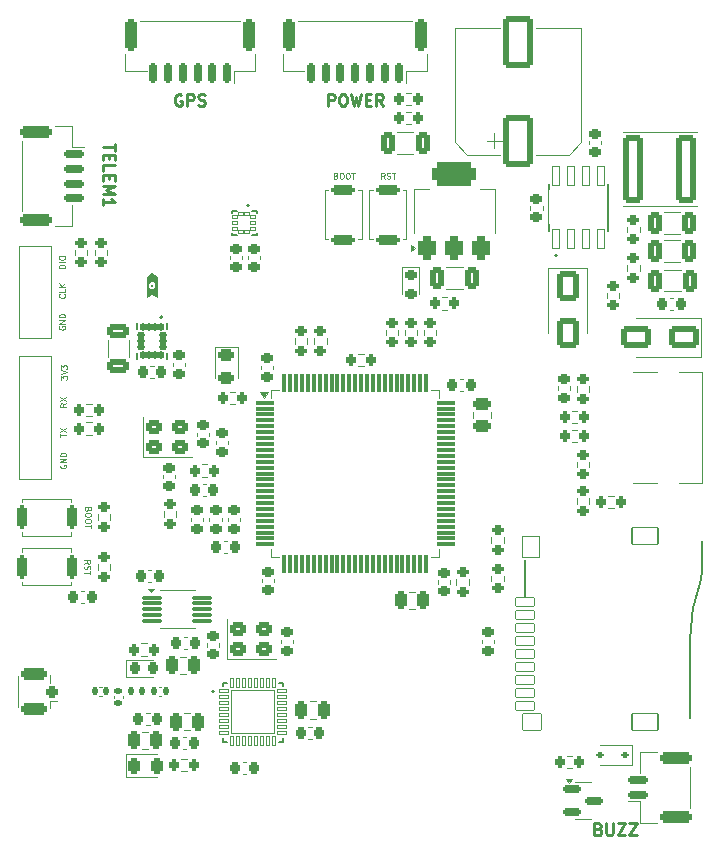
<source format=gbr>
%TF.GenerationSoftware,KiCad,Pcbnew,9.0.3*%
%TF.CreationDate,2025-09-14T01:16:20+07:00*%
%TF.ProjectId,CodeName0,436f6465-4e61-46d6-9530-2e6b69636164,rev?*%
%TF.SameCoordinates,Original*%
%TF.FileFunction,Legend,Top*%
%TF.FilePolarity,Positive*%
%FSLAX46Y46*%
G04 Gerber Fmt 4.6, Leading zero omitted, Abs format (unit mm)*
G04 Created by KiCad (PCBNEW 9.0.3) date 2025-09-14 01:16:20*
%MOMM*%
%LPD*%
G01*
G04 APERTURE LIST*
G04 Aperture macros list*
%AMRoundRect*
0 Rectangle with rounded corners*
0 $1 Rounding radius*
0 $2 $3 $4 $5 $6 $7 $8 $9 X,Y pos of 4 corners*
0 Add a 4 corners polygon primitive as box body*
4,1,4,$2,$3,$4,$5,$6,$7,$8,$9,$2,$3,0*
0 Add four circle primitives for the rounded corners*
1,1,$1+$1,$2,$3*
1,1,$1+$1,$4,$5*
1,1,$1+$1,$6,$7*
1,1,$1+$1,$8,$9*
0 Add four rect primitives between the rounded corners*
20,1,$1+$1,$2,$3,$4,$5,0*
20,1,$1+$1,$4,$5,$6,$7,0*
20,1,$1+$1,$6,$7,$8,$9,0*
20,1,$1+$1,$8,$9,$2,$3,0*%
G04 Aperture macros list end*
%ADD10C,0.125000*%
%ADD11C,0.250000*%
%ADD12C,0.100000*%
%ADD13C,0.120000*%
%ADD14C,0.127000*%
%ADD15C,0.000000*%
%ADD16C,0.200000*%
%ADD17RoundRect,0.250000X0.250000X0.475000X-0.250000X0.475000X-0.250000X-0.475000X0.250000X-0.475000X0*%
%ADD18RoundRect,0.200000X-0.200000X-0.275000X0.200000X-0.275000X0.200000X0.275000X-0.200000X0.275000X0*%
%ADD19RoundRect,0.225000X-0.250000X0.225000X-0.250000X-0.225000X0.250000X-0.225000X0.250000X0.225000X0*%
%ADD20RoundRect,0.225000X0.225000X0.250000X-0.225000X0.250000X-0.225000X-0.250000X0.225000X-0.250000X0*%
%ADD21RoundRect,0.200000X-0.275000X0.200000X-0.275000X-0.200000X0.275000X-0.200000X0.275000X0.200000X0*%
%ADD22C,0.800000*%
%ADD23C,7.400000*%
%ADD24RoundRect,0.250000X1.000000X0.650000X-1.000000X0.650000X-1.000000X-0.650000X1.000000X-0.650000X0*%
%ADD25RoundRect,0.225000X-0.225000X-0.250000X0.225000X-0.250000X0.225000X0.250000X-0.225000X0.250000X0*%
%ADD26RoundRect,0.250000X0.325000X0.650000X-0.325000X0.650000X-0.325000X-0.650000X0.325000X-0.650000X0*%
%ADD27RoundRect,0.200000X0.275000X-0.200000X0.275000X0.200000X-0.275000X0.200000X-0.275000X-0.200000X0*%
%ADD28RoundRect,0.250000X-0.325000X-0.650000X0.325000X-0.650000X0.325000X0.650000X-0.325000X0.650000X0*%
%ADD29RoundRect,0.218750X0.218750X0.256250X-0.218750X0.256250X-0.218750X-0.256250X0.218750X-0.256250X0*%
%ADD30RoundRect,0.250000X1.000000X-1.950000X1.000000X1.950000X-1.000000X1.950000X-1.000000X-1.950000X0*%
%ADD31RoundRect,0.200000X-0.800000X0.200000X-0.800000X-0.200000X0.800000X-0.200000X0.800000X0.200000X0*%
%ADD32RoundRect,0.243750X-0.243750X-0.456250X0.243750X-0.456250X0.243750X0.456250X-0.243750X0.456250X0*%
%ADD33RoundRect,0.140000X0.140000X0.170000X-0.140000X0.170000X-0.140000X-0.170000X0.140000X-0.170000X0*%
%ADD34RoundRect,0.218750X-0.256250X0.218750X-0.256250X-0.218750X0.256250X-0.218750X0.256250X0.218750X0*%
%ADD35RoundRect,0.200000X0.800000X-0.200000X0.800000X0.200000X-0.800000X0.200000X-0.800000X-0.200000X0*%
%ADD36RoundRect,0.250000X-0.600000X-2.600000X0.600000X-2.600000X0.600000X2.600000X-0.600000X2.600000X0*%
%ADD37C,2.000000*%
%ADD38RoundRect,0.218750X0.256250X-0.218750X0.256250X0.218750X-0.256250X0.218750X-0.256250X-0.218750X0*%
%ADD39C,0.900000*%
%ADD40RoundRect,0.050000X0.800000X-0.350000X0.800000X0.350000X-0.800000X0.350000X-0.800000X-0.350000X0*%
%ADD41RoundRect,0.050000X0.800000X-0.700000X0.800000X0.700000X-0.800000X0.700000X-0.800000X-0.700000X0*%
%ADD42RoundRect,0.050000X1.100000X-0.700000X1.100000X0.700000X-1.100000X0.700000X-1.100000X-0.700000X0*%
%ADD43RoundRect,0.050000X0.700000X-0.900000X0.700000X0.900000X-0.700000X0.900000X-0.700000X-0.900000X0*%
%ADD44RoundRect,0.225000X0.250000X-0.225000X0.250000X0.225000X-0.250000X0.225000X-0.250000X-0.225000X0*%
%ADD45RoundRect,0.250000X-0.450000X-0.350000X0.450000X-0.350000X0.450000X0.350000X-0.450000X0.350000X0*%
%ADD46RoundRect,0.375000X0.375000X-0.625000X0.375000X0.625000X-0.375000X0.625000X-0.375000X-0.625000X0*%
%ADD47RoundRect,0.500000X1.400000X-0.500000X1.400000X0.500000X-1.400000X0.500000X-1.400000X-0.500000X0*%
%ADD48RoundRect,0.140000X0.170000X-0.140000X0.170000X0.140000X-0.170000X0.140000X-0.170000X-0.140000X0*%
%ADD49RoundRect,0.150000X0.150000X0.700000X-0.150000X0.700000X-0.150000X-0.700000X0.150000X-0.700000X0*%
%ADD50RoundRect,0.250000X0.250000X1.100000X-0.250000X1.100000X-0.250000X-1.100000X0.250000X-1.100000X0*%
%ADD51C,0.650000*%
%ADD52R,1.450000X0.600000*%
%ADD53R,1.450000X0.300000*%
%ADD54O,2.100000X1.000000*%
%ADD55O,1.600000X1.000000*%
%ADD56RoundRect,0.200000X-0.200000X-0.800000X0.200000X-0.800000X0.200000X0.800000X-0.200000X0.800000X0*%
%ADD57RoundRect,0.150000X-0.700000X0.150000X-0.700000X-0.150000X0.700000X-0.150000X0.700000X0.150000X0*%
%ADD58RoundRect,0.250000X-1.100000X0.250000X-1.100000X-0.250000X1.100000X-0.250000X1.100000X0.250000X0*%
%ADD59RoundRect,0.250000X-0.250000X-0.475000X0.250000X-0.475000X0.250000X0.475000X-0.250000X0.475000X0*%
%ADD60RoundRect,0.035000X0.315000X-0.790000X0.315000X0.790000X-0.315000X0.790000X-0.315000X-0.790000X0*%
%ADD61R,4.900000X2.950000*%
%ADD62RoundRect,0.075000X-0.725000X-0.075000X0.725000X-0.075000X0.725000X0.075000X-0.725000X0.075000X0*%
%ADD63RoundRect,0.075000X-0.075000X-0.725000X0.075000X-0.725000X0.075000X0.725000X-0.075000X0.725000X0*%
%ADD64RoundRect,0.218750X-0.218750X-0.256250X0.218750X-0.256250X0.218750X0.256250X-0.218750X0.256250X0*%
%ADD65RoundRect,0.112500X-0.112500X0.232500X-0.112500X-0.232500X0.112500X-0.232500X0.112500X0.232500X0*%
%ADD66RoundRect,0.112500X-0.232500X0.112500X-0.232500X-0.112500X0.232500X-0.112500X0.232500X0.112500X0*%
%ADD67RoundRect,0.147500X-0.147500X-0.172500X0.147500X-0.172500X0.147500X0.172500X-0.147500X0.172500X0*%
%ADD68RoundRect,0.250000X0.650000X-0.325000X0.650000X0.325000X-0.650000X0.325000X-0.650000X-0.325000X0*%
%ADD69RoundRect,0.087500X-0.725000X-0.087500X0.725000X-0.087500X0.725000X0.087500X-0.725000X0.087500X0*%
%ADD70RoundRect,0.016650X-0.183350X0.168350X-0.183350X-0.168350X0.183350X-0.168350X0.183350X0.168350X0*%
%ADD71RoundRect,0.250000X0.275000X0.250000X-0.275000X0.250000X-0.275000X-0.250000X0.275000X-0.250000X0*%
%ADD72RoundRect,0.250000X0.850000X0.275000X-0.850000X0.275000X-0.850000X-0.275000X0.850000X-0.275000X0*%
%ADD73RoundRect,0.250000X-0.650000X1.000000X-0.650000X-1.000000X0.650000X-1.000000X0.650000X1.000000X0*%
%ADD74RoundRect,0.140000X-0.140000X-0.170000X0.140000X-0.170000X0.140000X0.170000X-0.140000X0.170000X0*%
%ADD75RoundRect,0.243750X-0.456250X0.243750X-0.456250X-0.243750X0.456250X-0.243750X0.456250X0.243750X0*%
%ADD76RoundRect,0.200000X0.200000X0.275000X-0.200000X0.275000X-0.200000X-0.275000X0.200000X-0.275000X0*%
%ADD77RoundRect,0.150000X-0.587500X-0.150000X0.587500X-0.150000X0.587500X0.150000X-0.587500X0.150000X0*%
%ADD78RoundRect,0.112500X0.187500X0.112500X-0.187500X0.112500X-0.187500X-0.112500X0.187500X-0.112500X0*%
%ADD79RoundRect,0.150000X0.700000X-0.150000X0.700000X0.150000X-0.700000X0.150000X-0.700000X-0.150000X0*%
%ADD80RoundRect,0.250000X1.100000X-0.250000X1.100000X0.250000X-1.100000X0.250000X-1.100000X-0.250000X0*%
%ADD81RoundRect,0.250000X-0.475000X0.250000X-0.475000X-0.250000X0.475000X-0.250000X0.475000X0.250000X0*%
%ADD82RoundRect,0.038750X-0.386250X-0.116250X0.386250X-0.116250X0.386250X0.116250X-0.386250X0.116250X0*%
%ADD83RoundRect,0.038750X-0.116250X-0.386250X0.116250X-0.386250X0.116250X0.386250X-0.116250X0.386250X0*%
%ADD84RoundRect,0.050000X-1.850000X-1.850000X1.850000X-1.850000X1.850000X1.850000X-1.850000X1.850000X0*%
G04 APERTURE END LIST*
D10*
X105384690Y-84813002D02*
X105408500Y-84836811D01*
X105408500Y-84836811D02*
X105432309Y-84908240D01*
X105432309Y-84908240D02*
X105432309Y-84955859D01*
X105432309Y-84955859D02*
X105408500Y-85027287D01*
X105408500Y-85027287D02*
X105360880Y-85074906D01*
X105360880Y-85074906D02*
X105313261Y-85098716D01*
X105313261Y-85098716D02*
X105218023Y-85122525D01*
X105218023Y-85122525D02*
X105146595Y-85122525D01*
X105146595Y-85122525D02*
X105051357Y-85098716D01*
X105051357Y-85098716D02*
X105003738Y-85074906D01*
X105003738Y-85074906D02*
X104956119Y-85027287D01*
X104956119Y-85027287D02*
X104932309Y-84955859D01*
X104932309Y-84955859D02*
X104932309Y-84908240D01*
X104932309Y-84908240D02*
X104956119Y-84836811D01*
X104956119Y-84836811D02*
X104979928Y-84813002D01*
X105432309Y-84360621D02*
X105432309Y-84598716D01*
X105432309Y-84598716D02*
X104932309Y-84598716D01*
X105432309Y-84193954D02*
X104932309Y-84193954D01*
X105432309Y-83908240D02*
X105146595Y-84122525D01*
X104932309Y-83908240D02*
X105218023Y-84193954D01*
D11*
X115285714Y-67912238D02*
X115190476Y-67864619D01*
X115190476Y-67864619D02*
X115047619Y-67864619D01*
X115047619Y-67864619D02*
X114904762Y-67912238D01*
X114904762Y-67912238D02*
X114809524Y-68007476D01*
X114809524Y-68007476D02*
X114761905Y-68102714D01*
X114761905Y-68102714D02*
X114714286Y-68293190D01*
X114714286Y-68293190D02*
X114714286Y-68436047D01*
X114714286Y-68436047D02*
X114761905Y-68626523D01*
X114761905Y-68626523D02*
X114809524Y-68721761D01*
X114809524Y-68721761D02*
X114904762Y-68817000D01*
X114904762Y-68817000D02*
X115047619Y-68864619D01*
X115047619Y-68864619D02*
X115142857Y-68864619D01*
X115142857Y-68864619D02*
X115285714Y-68817000D01*
X115285714Y-68817000D02*
X115333333Y-68769380D01*
X115333333Y-68769380D02*
X115333333Y-68436047D01*
X115333333Y-68436047D02*
X115142857Y-68436047D01*
X115761905Y-68864619D02*
X115761905Y-67864619D01*
X115761905Y-67864619D02*
X116142857Y-67864619D01*
X116142857Y-67864619D02*
X116238095Y-67912238D01*
X116238095Y-67912238D02*
X116285714Y-67959857D01*
X116285714Y-67959857D02*
X116333333Y-68055095D01*
X116333333Y-68055095D02*
X116333333Y-68197952D01*
X116333333Y-68197952D02*
X116285714Y-68293190D01*
X116285714Y-68293190D02*
X116238095Y-68340809D01*
X116238095Y-68340809D02*
X116142857Y-68388428D01*
X116142857Y-68388428D02*
X115761905Y-68388428D01*
X116714286Y-68817000D02*
X116857143Y-68864619D01*
X116857143Y-68864619D02*
X117095238Y-68864619D01*
X117095238Y-68864619D02*
X117190476Y-68817000D01*
X117190476Y-68817000D02*
X117238095Y-68769380D01*
X117238095Y-68769380D02*
X117285714Y-68674142D01*
X117285714Y-68674142D02*
X117285714Y-68578904D01*
X117285714Y-68578904D02*
X117238095Y-68483666D01*
X117238095Y-68483666D02*
X117190476Y-68436047D01*
X117190476Y-68436047D02*
X117095238Y-68388428D01*
X117095238Y-68388428D02*
X116904762Y-68340809D01*
X116904762Y-68340809D02*
X116809524Y-68293190D01*
X116809524Y-68293190D02*
X116761905Y-68245571D01*
X116761905Y-68245571D02*
X116714286Y-68150333D01*
X116714286Y-68150333D02*
X116714286Y-68055095D01*
X116714286Y-68055095D02*
X116761905Y-67959857D01*
X116761905Y-67959857D02*
X116809524Y-67912238D01*
X116809524Y-67912238D02*
X116904762Y-67864619D01*
X116904762Y-67864619D02*
X117142857Y-67864619D01*
X117142857Y-67864619D02*
X117285714Y-67912238D01*
D10*
X105082309Y-92046335D02*
X105082309Y-91736811D01*
X105082309Y-91736811D02*
X105272785Y-91903478D01*
X105272785Y-91903478D02*
X105272785Y-91832049D01*
X105272785Y-91832049D02*
X105296595Y-91784430D01*
X105296595Y-91784430D02*
X105320404Y-91760621D01*
X105320404Y-91760621D02*
X105368023Y-91736811D01*
X105368023Y-91736811D02*
X105487071Y-91736811D01*
X105487071Y-91736811D02*
X105534690Y-91760621D01*
X105534690Y-91760621D02*
X105558500Y-91784430D01*
X105558500Y-91784430D02*
X105582309Y-91832049D01*
X105582309Y-91832049D02*
X105582309Y-91974906D01*
X105582309Y-91974906D02*
X105558500Y-92022525D01*
X105558500Y-92022525D02*
X105534690Y-92046335D01*
X105082309Y-91593954D02*
X105582309Y-91427288D01*
X105582309Y-91427288D02*
X105082309Y-91260621D01*
X105082309Y-91141574D02*
X105082309Y-90832050D01*
X105082309Y-90832050D02*
X105272785Y-90998717D01*
X105272785Y-90998717D02*
X105272785Y-90927288D01*
X105272785Y-90927288D02*
X105296595Y-90879669D01*
X105296595Y-90879669D02*
X105320404Y-90855860D01*
X105320404Y-90855860D02*
X105368023Y-90832050D01*
X105368023Y-90832050D02*
X105487071Y-90832050D01*
X105487071Y-90832050D02*
X105534690Y-90855860D01*
X105534690Y-90855860D02*
X105558500Y-90879669D01*
X105558500Y-90879669D02*
X105582309Y-90927288D01*
X105582309Y-90927288D02*
X105582309Y-91070145D01*
X105582309Y-91070145D02*
X105558500Y-91117764D01*
X105558500Y-91117764D02*
X105534690Y-91141574D01*
X107067690Y-107636997D02*
X107305785Y-107470331D01*
X107067690Y-107351283D02*
X107567690Y-107351283D01*
X107567690Y-107351283D02*
X107567690Y-107541759D01*
X107567690Y-107541759D02*
X107543880Y-107589378D01*
X107543880Y-107589378D02*
X107520071Y-107613188D01*
X107520071Y-107613188D02*
X107472452Y-107636997D01*
X107472452Y-107636997D02*
X107401023Y-107636997D01*
X107401023Y-107636997D02*
X107353404Y-107613188D01*
X107353404Y-107613188D02*
X107329595Y-107589378D01*
X107329595Y-107589378D02*
X107305785Y-107541759D01*
X107305785Y-107541759D02*
X107305785Y-107351283D01*
X107091500Y-107827474D02*
X107067690Y-107898902D01*
X107067690Y-107898902D02*
X107067690Y-108017950D01*
X107067690Y-108017950D02*
X107091500Y-108065569D01*
X107091500Y-108065569D02*
X107115309Y-108089378D01*
X107115309Y-108089378D02*
X107162928Y-108113188D01*
X107162928Y-108113188D02*
X107210547Y-108113188D01*
X107210547Y-108113188D02*
X107258166Y-108089378D01*
X107258166Y-108089378D02*
X107281976Y-108065569D01*
X107281976Y-108065569D02*
X107305785Y-108017950D01*
X107305785Y-108017950D02*
X107329595Y-107922712D01*
X107329595Y-107922712D02*
X107353404Y-107875093D01*
X107353404Y-107875093D02*
X107377214Y-107851283D01*
X107377214Y-107851283D02*
X107424833Y-107827474D01*
X107424833Y-107827474D02*
X107472452Y-107827474D01*
X107472452Y-107827474D02*
X107520071Y-107851283D01*
X107520071Y-107851283D02*
X107543880Y-107875093D01*
X107543880Y-107875093D02*
X107567690Y-107922712D01*
X107567690Y-107922712D02*
X107567690Y-108041759D01*
X107567690Y-108041759D02*
X107543880Y-108113188D01*
X107567690Y-108256045D02*
X107567690Y-108541759D01*
X107067690Y-108398902D02*
X107567690Y-108398902D01*
X128367950Y-74770404D02*
X128439378Y-74794214D01*
X128439378Y-74794214D02*
X128463188Y-74818023D01*
X128463188Y-74818023D02*
X128486997Y-74865642D01*
X128486997Y-74865642D02*
X128486997Y-74937071D01*
X128486997Y-74937071D02*
X128463188Y-74984690D01*
X128463188Y-74984690D02*
X128439378Y-75008500D01*
X128439378Y-75008500D02*
X128391759Y-75032309D01*
X128391759Y-75032309D02*
X128201283Y-75032309D01*
X128201283Y-75032309D02*
X128201283Y-74532309D01*
X128201283Y-74532309D02*
X128367950Y-74532309D01*
X128367950Y-74532309D02*
X128415569Y-74556119D01*
X128415569Y-74556119D02*
X128439378Y-74579928D01*
X128439378Y-74579928D02*
X128463188Y-74627547D01*
X128463188Y-74627547D02*
X128463188Y-74675166D01*
X128463188Y-74675166D02*
X128439378Y-74722785D01*
X128439378Y-74722785D02*
X128415569Y-74746595D01*
X128415569Y-74746595D02*
X128367950Y-74770404D01*
X128367950Y-74770404D02*
X128201283Y-74770404D01*
X128796521Y-74532309D02*
X128891759Y-74532309D01*
X128891759Y-74532309D02*
X128939378Y-74556119D01*
X128939378Y-74556119D02*
X128986997Y-74603738D01*
X128986997Y-74603738D02*
X129010807Y-74698976D01*
X129010807Y-74698976D02*
X129010807Y-74865642D01*
X129010807Y-74865642D02*
X128986997Y-74960880D01*
X128986997Y-74960880D02*
X128939378Y-75008500D01*
X128939378Y-75008500D02*
X128891759Y-75032309D01*
X128891759Y-75032309D02*
X128796521Y-75032309D01*
X128796521Y-75032309D02*
X128748902Y-75008500D01*
X128748902Y-75008500D02*
X128701283Y-74960880D01*
X128701283Y-74960880D02*
X128677474Y-74865642D01*
X128677474Y-74865642D02*
X128677474Y-74698976D01*
X128677474Y-74698976D02*
X128701283Y-74603738D01*
X128701283Y-74603738D02*
X128748902Y-74556119D01*
X128748902Y-74556119D02*
X128796521Y-74532309D01*
X129320331Y-74532309D02*
X129415569Y-74532309D01*
X129415569Y-74532309D02*
X129463188Y-74556119D01*
X129463188Y-74556119D02*
X129510807Y-74603738D01*
X129510807Y-74603738D02*
X129534617Y-74698976D01*
X129534617Y-74698976D02*
X129534617Y-74865642D01*
X129534617Y-74865642D02*
X129510807Y-74960880D01*
X129510807Y-74960880D02*
X129463188Y-75008500D01*
X129463188Y-75008500D02*
X129415569Y-75032309D01*
X129415569Y-75032309D02*
X129320331Y-75032309D01*
X129320331Y-75032309D02*
X129272712Y-75008500D01*
X129272712Y-75008500D02*
X129225093Y-74960880D01*
X129225093Y-74960880D02*
X129201284Y-74865642D01*
X129201284Y-74865642D02*
X129201284Y-74698976D01*
X129201284Y-74698976D02*
X129225093Y-74603738D01*
X129225093Y-74603738D02*
X129272712Y-74556119D01*
X129272712Y-74556119D02*
X129320331Y-74532309D01*
X129677475Y-74532309D02*
X129963189Y-74532309D01*
X129820332Y-75032309D02*
X129820332Y-74532309D01*
X105532309Y-94063002D02*
X105294214Y-94229668D01*
X105532309Y-94348716D02*
X105032309Y-94348716D01*
X105032309Y-94348716D02*
X105032309Y-94158240D01*
X105032309Y-94158240D02*
X105056119Y-94110621D01*
X105056119Y-94110621D02*
X105079928Y-94086811D01*
X105079928Y-94086811D02*
X105127547Y-94063002D01*
X105127547Y-94063002D02*
X105198976Y-94063002D01*
X105198976Y-94063002D02*
X105246595Y-94086811D01*
X105246595Y-94086811D02*
X105270404Y-94110621D01*
X105270404Y-94110621D02*
X105294214Y-94158240D01*
X105294214Y-94158240D02*
X105294214Y-94348716D01*
X105032309Y-93896335D02*
X105532309Y-93563002D01*
X105032309Y-93563002D02*
X105532309Y-93896335D01*
X104956119Y-87536811D02*
X104932309Y-87584430D01*
X104932309Y-87584430D02*
X104932309Y-87655859D01*
X104932309Y-87655859D02*
X104956119Y-87727287D01*
X104956119Y-87727287D02*
X105003738Y-87774906D01*
X105003738Y-87774906D02*
X105051357Y-87798716D01*
X105051357Y-87798716D02*
X105146595Y-87822525D01*
X105146595Y-87822525D02*
X105218023Y-87822525D01*
X105218023Y-87822525D02*
X105313261Y-87798716D01*
X105313261Y-87798716D02*
X105360880Y-87774906D01*
X105360880Y-87774906D02*
X105408500Y-87727287D01*
X105408500Y-87727287D02*
X105432309Y-87655859D01*
X105432309Y-87655859D02*
X105432309Y-87608240D01*
X105432309Y-87608240D02*
X105408500Y-87536811D01*
X105408500Y-87536811D02*
X105384690Y-87513002D01*
X105384690Y-87513002D02*
X105218023Y-87513002D01*
X105218023Y-87513002D02*
X105218023Y-87608240D01*
X105432309Y-87298716D02*
X104932309Y-87298716D01*
X104932309Y-87298716D02*
X105432309Y-87013002D01*
X105432309Y-87013002D02*
X104932309Y-87013002D01*
X105432309Y-86774906D02*
X104932309Y-86774906D01*
X104932309Y-86774906D02*
X104932309Y-86655858D01*
X104932309Y-86655858D02*
X104956119Y-86584430D01*
X104956119Y-86584430D02*
X105003738Y-86536811D01*
X105003738Y-86536811D02*
X105051357Y-86513001D01*
X105051357Y-86513001D02*
X105146595Y-86489192D01*
X105146595Y-86489192D02*
X105218023Y-86489192D01*
X105218023Y-86489192D02*
X105313261Y-86513001D01*
X105313261Y-86513001D02*
X105360880Y-86536811D01*
X105360880Y-86536811D02*
X105408500Y-86584430D01*
X105408500Y-86584430D02*
X105432309Y-86655858D01*
X105432309Y-86655858D02*
X105432309Y-86774906D01*
X107379595Y-103017950D02*
X107355785Y-103089378D01*
X107355785Y-103089378D02*
X107331976Y-103113188D01*
X107331976Y-103113188D02*
X107284357Y-103136997D01*
X107284357Y-103136997D02*
X107212928Y-103136997D01*
X107212928Y-103136997D02*
X107165309Y-103113188D01*
X107165309Y-103113188D02*
X107141500Y-103089378D01*
X107141500Y-103089378D02*
X107117690Y-103041759D01*
X107117690Y-103041759D02*
X107117690Y-102851283D01*
X107117690Y-102851283D02*
X107617690Y-102851283D01*
X107617690Y-102851283D02*
X107617690Y-103017950D01*
X107617690Y-103017950D02*
X107593880Y-103065569D01*
X107593880Y-103065569D02*
X107570071Y-103089378D01*
X107570071Y-103089378D02*
X107522452Y-103113188D01*
X107522452Y-103113188D02*
X107474833Y-103113188D01*
X107474833Y-103113188D02*
X107427214Y-103089378D01*
X107427214Y-103089378D02*
X107403404Y-103065569D01*
X107403404Y-103065569D02*
X107379595Y-103017950D01*
X107379595Y-103017950D02*
X107379595Y-102851283D01*
X107617690Y-103446521D02*
X107617690Y-103541759D01*
X107617690Y-103541759D02*
X107593880Y-103589378D01*
X107593880Y-103589378D02*
X107546261Y-103636997D01*
X107546261Y-103636997D02*
X107451023Y-103660807D01*
X107451023Y-103660807D02*
X107284357Y-103660807D01*
X107284357Y-103660807D02*
X107189119Y-103636997D01*
X107189119Y-103636997D02*
X107141500Y-103589378D01*
X107141500Y-103589378D02*
X107117690Y-103541759D01*
X107117690Y-103541759D02*
X107117690Y-103446521D01*
X107117690Y-103446521D02*
X107141500Y-103398902D01*
X107141500Y-103398902D02*
X107189119Y-103351283D01*
X107189119Y-103351283D02*
X107284357Y-103327474D01*
X107284357Y-103327474D02*
X107451023Y-103327474D01*
X107451023Y-103327474D02*
X107546261Y-103351283D01*
X107546261Y-103351283D02*
X107593880Y-103398902D01*
X107593880Y-103398902D02*
X107617690Y-103446521D01*
X107617690Y-103970331D02*
X107617690Y-104065569D01*
X107617690Y-104065569D02*
X107593880Y-104113188D01*
X107593880Y-104113188D02*
X107546261Y-104160807D01*
X107546261Y-104160807D02*
X107451023Y-104184617D01*
X107451023Y-104184617D02*
X107284357Y-104184617D01*
X107284357Y-104184617D02*
X107189119Y-104160807D01*
X107189119Y-104160807D02*
X107141500Y-104113188D01*
X107141500Y-104113188D02*
X107117690Y-104065569D01*
X107117690Y-104065569D02*
X107117690Y-103970331D01*
X107117690Y-103970331D02*
X107141500Y-103922712D01*
X107141500Y-103922712D02*
X107189119Y-103875093D01*
X107189119Y-103875093D02*
X107284357Y-103851284D01*
X107284357Y-103851284D02*
X107451023Y-103851284D01*
X107451023Y-103851284D02*
X107546261Y-103875093D01*
X107546261Y-103875093D02*
X107593880Y-103922712D01*
X107593880Y-103922712D02*
X107617690Y-103970331D01*
X107617690Y-104327475D02*
X107617690Y-104613189D01*
X107117690Y-104470332D02*
X107617690Y-104470332D01*
X132486997Y-75032309D02*
X132320331Y-74794214D01*
X132201283Y-75032309D02*
X132201283Y-74532309D01*
X132201283Y-74532309D02*
X132391759Y-74532309D01*
X132391759Y-74532309D02*
X132439378Y-74556119D01*
X132439378Y-74556119D02*
X132463188Y-74579928D01*
X132463188Y-74579928D02*
X132486997Y-74627547D01*
X132486997Y-74627547D02*
X132486997Y-74698976D01*
X132486997Y-74698976D02*
X132463188Y-74746595D01*
X132463188Y-74746595D02*
X132439378Y-74770404D01*
X132439378Y-74770404D02*
X132391759Y-74794214D01*
X132391759Y-74794214D02*
X132201283Y-74794214D01*
X132677474Y-75008500D02*
X132748902Y-75032309D01*
X132748902Y-75032309D02*
X132867950Y-75032309D01*
X132867950Y-75032309D02*
X132915569Y-75008500D01*
X132915569Y-75008500D02*
X132939378Y-74984690D01*
X132939378Y-74984690D02*
X132963188Y-74937071D01*
X132963188Y-74937071D02*
X132963188Y-74889452D01*
X132963188Y-74889452D02*
X132939378Y-74841833D01*
X132939378Y-74841833D02*
X132915569Y-74818023D01*
X132915569Y-74818023D02*
X132867950Y-74794214D01*
X132867950Y-74794214D02*
X132772712Y-74770404D01*
X132772712Y-74770404D02*
X132725093Y-74746595D01*
X132725093Y-74746595D02*
X132701283Y-74722785D01*
X132701283Y-74722785D02*
X132677474Y-74675166D01*
X132677474Y-74675166D02*
X132677474Y-74627547D01*
X132677474Y-74627547D02*
X132701283Y-74579928D01*
X132701283Y-74579928D02*
X132725093Y-74556119D01*
X132725093Y-74556119D02*
X132772712Y-74532309D01*
X132772712Y-74532309D02*
X132891759Y-74532309D01*
X132891759Y-74532309D02*
X132963188Y-74556119D01*
X133106045Y-74532309D02*
X133391759Y-74532309D01*
X133248902Y-75032309D02*
X133248902Y-74532309D01*
X105432309Y-82598716D02*
X104932309Y-82598716D01*
X104932309Y-82598716D02*
X104932309Y-82479668D01*
X104932309Y-82479668D02*
X104956119Y-82408240D01*
X104956119Y-82408240D02*
X105003738Y-82360621D01*
X105003738Y-82360621D02*
X105051357Y-82336811D01*
X105051357Y-82336811D02*
X105146595Y-82313002D01*
X105146595Y-82313002D02*
X105218023Y-82313002D01*
X105218023Y-82313002D02*
X105313261Y-82336811D01*
X105313261Y-82336811D02*
X105360880Y-82360621D01*
X105360880Y-82360621D02*
X105408500Y-82408240D01*
X105408500Y-82408240D02*
X105432309Y-82479668D01*
X105432309Y-82479668D02*
X105432309Y-82598716D01*
X105432309Y-82098716D02*
X104932309Y-82098716D01*
X104932309Y-81765383D02*
X104932309Y-81670145D01*
X104932309Y-81670145D02*
X104956119Y-81622526D01*
X104956119Y-81622526D02*
X105003738Y-81574907D01*
X105003738Y-81574907D02*
X105098976Y-81551097D01*
X105098976Y-81551097D02*
X105265642Y-81551097D01*
X105265642Y-81551097D02*
X105360880Y-81574907D01*
X105360880Y-81574907D02*
X105408500Y-81622526D01*
X105408500Y-81622526D02*
X105432309Y-81670145D01*
X105432309Y-81670145D02*
X105432309Y-81765383D01*
X105432309Y-81765383D02*
X105408500Y-81813002D01*
X105408500Y-81813002D02*
X105360880Y-81860621D01*
X105360880Y-81860621D02*
X105265642Y-81884430D01*
X105265642Y-81884430D02*
X105098976Y-81884430D01*
X105098976Y-81884430D02*
X105003738Y-81860621D01*
X105003738Y-81860621D02*
X104956119Y-81813002D01*
X104956119Y-81813002D02*
X104932309Y-81765383D01*
D11*
X127690476Y-68864619D02*
X127690476Y-67864619D01*
X127690476Y-67864619D02*
X128071428Y-67864619D01*
X128071428Y-67864619D02*
X128166666Y-67912238D01*
X128166666Y-67912238D02*
X128214285Y-67959857D01*
X128214285Y-67959857D02*
X128261904Y-68055095D01*
X128261904Y-68055095D02*
X128261904Y-68197952D01*
X128261904Y-68197952D02*
X128214285Y-68293190D01*
X128214285Y-68293190D02*
X128166666Y-68340809D01*
X128166666Y-68340809D02*
X128071428Y-68388428D01*
X128071428Y-68388428D02*
X127690476Y-68388428D01*
X128880952Y-67864619D02*
X129071428Y-67864619D01*
X129071428Y-67864619D02*
X129166666Y-67912238D01*
X129166666Y-67912238D02*
X129261904Y-68007476D01*
X129261904Y-68007476D02*
X129309523Y-68197952D01*
X129309523Y-68197952D02*
X129309523Y-68531285D01*
X129309523Y-68531285D02*
X129261904Y-68721761D01*
X129261904Y-68721761D02*
X129166666Y-68817000D01*
X129166666Y-68817000D02*
X129071428Y-68864619D01*
X129071428Y-68864619D02*
X128880952Y-68864619D01*
X128880952Y-68864619D02*
X128785714Y-68817000D01*
X128785714Y-68817000D02*
X128690476Y-68721761D01*
X128690476Y-68721761D02*
X128642857Y-68531285D01*
X128642857Y-68531285D02*
X128642857Y-68197952D01*
X128642857Y-68197952D02*
X128690476Y-68007476D01*
X128690476Y-68007476D02*
X128785714Y-67912238D01*
X128785714Y-67912238D02*
X128880952Y-67864619D01*
X129642857Y-67864619D02*
X129880952Y-68864619D01*
X129880952Y-68864619D02*
X130071428Y-68150333D01*
X130071428Y-68150333D02*
X130261904Y-68864619D01*
X130261904Y-68864619D02*
X130500000Y-67864619D01*
X130880952Y-68340809D02*
X131214285Y-68340809D01*
X131357142Y-68864619D02*
X130880952Y-68864619D01*
X130880952Y-68864619D02*
X130880952Y-67864619D01*
X130880952Y-67864619D02*
X131357142Y-67864619D01*
X132357142Y-68864619D02*
X132023809Y-68388428D01*
X131785714Y-68864619D02*
X131785714Y-67864619D01*
X131785714Y-67864619D02*
X132166666Y-67864619D01*
X132166666Y-67864619D02*
X132261904Y-67912238D01*
X132261904Y-67912238D02*
X132309523Y-67959857D01*
X132309523Y-67959857D02*
X132357142Y-68055095D01*
X132357142Y-68055095D02*
X132357142Y-68197952D01*
X132357142Y-68197952D02*
X132309523Y-68293190D01*
X132309523Y-68293190D02*
X132261904Y-68340809D01*
X132261904Y-68340809D02*
X132166666Y-68388428D01*
X132166666Y-68388428D02*
X131785714Y-68388428D01*
X150595238Y-130090809D02*
X150738095Y-130138428D01*
X150738095Y-130138428D02*
X150785714Y-130186047D01*
X150785714Y-130186047D02*
X150833333Y-130281285D01*
X150833333Y-130281285D02*
X150833333Y-130424142D01*
X150833333Y-130424142D02*
X150785714Y-130519380D01*
X150785714Y-130519380D02*
X150738095Y-130567000D01*
X150738095Y-130567000D02*
X150642857Y-130614619D01*
X150642857Y-130614619D02*
X150261905Y-130614619D01*
X150261905Y-130614619D02*
X150261905Y-129614619D01*
X150261905Y-129614619D02*
X150595238Y-129614619D01*
X150595238Y-129614619D02*
X150690476Y-129662238D01*
X150690476Y-129662238D02*
X150738095Y-129709857D01*
X150738095Y-129709857D02*
X150785714Y-129805095D01*
X150785714Y-129805095D02*
X150785714Y-129900333D01*
X150785714Y-129900333D02*
X150738095Y-129995571D01*
X150738095Y-129995571D02*
X150690476Y-130043190D01*
X150690476Y-130043190D02*
X150595238Y-130090809D01*
X150595238Y-130090809D02*
X150261905Y-130090809D01*
X151261905Y-129614619D02*
X151261905Y-130424142D01*
X151261905Y-130424142D02*
X151309524Y-130519380D01*
X151309524Y-130519380D02*
X151357143Y-130567000D01*
X151357143Y-130567000D02*
X151452381Y-130614619D01*
X151452381Y-130614619D02*
X151642857Y-130614619D01*
X151642857Y-130614619D02*
X151738095Y-130567000D01*
X151738095Y-130567000D02*
X151785714Y-130519380D01*
X151785714Y-130519380D02*
X151833333Y-130424142D01*
X151833333Y-130424142D02*
X151833333Y-129614619D01*
X152214286Y-129614619D02*
X152880952Y-129614619D01*
X152880952Y-129614619D02*
X152214286Y-130614619D01*
X152214286Y-130614619D02*
X152880952Y-130614619D01*
X153166667Y-129614619D02*
X153833333Y-129614619D01*
X153833333Y-129614619D02*
X153166667Y-130614619D01*
X153166667Y-130614619D02*
X153833333Y-130614619D01*
X109635380Y-72107143D02*
X109635380Y-72678571D01*
X108635380Y-72392857D02*
X109635380Y-72392857D01*
X109159190Y-73011905D02*
X109159190Y-73345238D01*
X108635380Y-73488095D02*
X108635380Y-73011905D01*
X108635380Y-73011905D02*
X109635380Y-73011905D01*
X109635380Y-73011905D02*
X109635380Y-73488095D01*
X108635380Y-74392857D02*
X108635380Y-73916667D01*
X108635380Y-73916667D02*
X109635380Y-73916667D01*
X109159190Y-74726191D02*
X109159190Y-75059524D01*
X108635380Y-75202381D02*
X108635380Y-74726191D01*
X108635380Y-74726191D02*
X109635380Y-74726191D01*
X109635380Y-74726191D02*
X109635380Y-75202381D01*
X108635380Y-75630953D02*
X109635380Y-75630953D01*
X109635380Y-75630953D02*
X108921095Y-75964286D01*
X108921095Y-75964286D02*
X109635380Y-76297619D01*
X109635380Y-76297619D02*
X108635380Y-76297619D01*
X108635380Y-77297619D02*
X108635380Y-76726191D01*
X108635380Y-77011905D02*
X109635380Y-77011905D01*
X109635380Y-77011905D02*
X109492523Y-76916667D01*
X109492523Y-76916667D02*
X109397285Y-76821429D01*
X109397285Y-76821429D02*
X109349666Y-76726191D01*
D10*
X105032309Y-96920144D02*
X105032309Y-96634430D01*
X105532309Y-96777287D02*
X105032309Y-96777287D01*
X105032309Y-96515383D02*
X105532309Y-96182050D01*
X105032309Y-96182050D02*
X105532309Y-96515383D01*
X105056119Y-99286811D02*
X105032309Y-99334430D01*
X105032309Y-99334430D02*
X105032309Y-99405859D01*
X105032309Y-99405859D02*
X105056119Y-99477287D01*
X105056119Y-99477287D02*
X105103738Y-99524906D01*
X105103738Y-99524906D02*
X105151357Y-99548716D01*
X105151357Y-99548716D02*
X105246595Y-99572525D01*
X105246595Y-99572525D02*
X105318023Y-99572525D01*
X105318023Y-99572525D02*
X105413261Y-99548716D01*
X105413261Y-99548716D02*
X105460880Y-99524906D01*
X105460880Y-99524906D02*
X105508500Y-99477287D01*
X105508500Y-99477287D02*
X105532309Y-99405859D01*
X105532309Y-99405859D02*
X105532309Y-99358240D01*
X105532309Y-99358240D02*
X105508500Y-99286811D01*
X105508500Y-99286811D02*
X105484690Y-99263002D01*
X105484690Y-99263002D02*
X105318023Y-99263002D01*
X105318023Y-99263002D02*
X105318023Y-99358240D01*
X105532309Y-99048716D02*
X105032309Y-99048716D01*
X105032309Y-99048716D02*
X105532309Y-98763002D01*
X105532309Y-98763002D02*
X105032309Y-98763002D01*
X105532309Y-98524906D02*
X105032309Y-98524906D01*
X105032309Y-98524906D02*
X105032309Y-98405858D01*
X105032309Y-98405858D02*
X105056119Y-98334430D01*
X105056119Y-98334430D02*
X105103738Y-98286811D01*
X105103738Y-98286811D02*
X105151357Y-98263001D01*
X105151357Y-98263001D02*
X105246595Y-98239192D01*
X105246595Y-98239192D02*
X105318023Y-98239192D01*
X105318023Y-98239192D02*
X105413261Y-98263001D01*
X105413261Y-98263001D02*
X105460880Y-98286811D01*
X105460880Y-98286811D02*
X105508500Y-98334430D01*
X105508500Y-98334430D02*
X105532309Y-98405858D01*
X105532309Y-98405858D02*
X105532309Y-98524906D01*
D12*
%TO.C,C22*%
X135061252Y-110015000D02*
X134538748Y-110015000D01*
X135061252Y-111485000D02*
X134538748Y-111485000D01*
%TO.C,R24*%
X117012742Y-99227500D02*
X117487258Y-99227500D01*
X117012742Y-100272500D02*
X117487258Y-100272500D01*
%TO.C,C31*%
X120940000Y-81589420D02*
X120940000Y-81870580D01*
X121960000Y-81589420D02*
X121960000Y-81870580D01*
D13*
%TO.C,C35*%
X115678080Y-122340000D02*
X115396920Y-122340000D01*
X115678080Y-123360000D02*
X115396920Y-123360000D01*
D12*
%TO.C,R25*%
X130247742Y-89867500D02*
X130722258Y-89867500D01*
X130247742Y-90912500D02*
X130722258Y-90912500D01*
%TO.C,R26*%
X126527500Y-88537742D02*
X126527500Y-89012258D01*
X127572500Y-88537742D02*
X127572500Y-89012258D01*
%TO.C,D1*%
X159310000Y-86825000D02*
X153800000Y-86825000D01*
X159310000Y-90125000D02*
X153800000Y-90125000D01*
X159310000Y-90125000D02*
X159310000Y-86825000D01*
%TO.C,R11*%
X148337742Y-96277500D02*
X148812258Y-96277500D01*
X148337742Y-97322500D02*
X148812258Y-97322500D01*
D13*
%TO.C,C34*%
X120484420Y-124415000D02*
X120765580Y-124415000D01*
X120484420Y-125435000D02*
X120765580Y-125435000D01*
D12*
%TO.C,C10*%
X139123265Y-82528058D02*
X137700761Y-82528058D01*
X139123265Y-84348058D02*
X137700761Y-84348058D01*
%TO.C,R7*%
X107977500Y-81512258D02*
X107977500Y-81037742D01*
X109022500Y-81512258D02*
X109022500Y-81037742D01*
%TO.C,R15*%
X148777500Y-99462258D02*
X148777500Y-98987742D01*
X149822500Y-99462258D02*
X149822500Y-98987742D01*
%TO.C,C8*%
X156113748Y-77865000D02*
X157536252Y-77865000D01*
X156113748Y-79685000D02*
X157536252Y-79685000D01*
%TO.C,R1*%
X132602500Y-87837742D02*
X132602500Y-88312258D01*
X133647500Y-87837742D02*
X133647500Y-88312258D01*
D13*
%TO.C,FB3*%
X112600279Y-120240000D02*
X112274721Y-120240000D01*
X112600279Y-121260000D02*
X112274721Y-121260000D01*
%TO.C,C2*%
X138440000Y-62290000D02*
X142290000Y-62290000D01*
X138440000Y-71945563D02*
X138440000Y-62290000D01*
X139504437Y-73010000D02*
X138440000Y-71945563D01*
X139504437Y-73010000D02*
X142290000Y-73010000D01*
X141143000Y-71831000D02*
X142393000Y-71831000D01*
X141768000Y-72456000D02*
X141768000Y-71206000D01*
X148095563Y-73010000D02*
X145310000Y-73010000D01*
X148095563Y-73010000D02*
X149160000Y-71945563D01*
X149160000Y-62290000D02*
X145310000Y-62290000D01*
X149160000Y-71945563D02*
X149160000Y-62290000D01*
%TO.C,C28*%
X126034420Y-121440000D02*
X126315580Y-121440000D01*
X126034420Y-122460000D02*
X126315580Y-122460000D01*
D12*
%TO.C,C5*%
X156163748Y-82765000D02*
X157586252Y-82765000D01*
X156163748Y-84585000D02*
X157586252Y-84585000D01*
%TO.C,SW2*%
X127430000Y-76030000D02*
X127730000Y-76030000D01*
X127430000Y-80170000D02*
X127430000Y-76030000D01*
X127730000Y-80170000D02*
X127430000Y-80170000D01*
X130270000Y-76030000D02*
X130570000Y-76030000D01*
X130570000Y-76030000D02*
X130570000Y-80170000D01*
X130570000Y-80170000D02*
X130270000Y-80170000D01*
D13*
%TO.C,D4*%
X110565000Y-123765000D02*
X110565000Y-125685000D01*
X110565000Y-125685000D02*
X113250000Y-125685000D01*
X113250000Y-123765000D02*
X110565000Y-123765000D01*
%TO.C,R29*%
X108227500Y-103937258D02*
X108227500Y-103462742D01*
X109272500Y-103937258D02*
X109272500Y-103462742D01*
D12*
%TO.C,C6*%
X156113748Y-80265000D02*
X157536252Y-80265000D01*
X156113748Y-82085000D02*
X157536252Y-82085000D01*
D13*
%TO.C,C38*%
X108527836Y-118090000D02*
X108312164Y-118090000D01*
X108527836Y-118810000D02*
X108312164Y-118810000D01*
D12*
%TO.C,R23*%
X137337742Y-85077500D02*
X137812258Y-85077500D01*
X137337742Y-86122500D02*
X137812258Y-86122500D01*
D13*
%TO.C,C37*%
X106759420Y-109940000D02*
X107040580Y-109940000D01*
X106759420Y-110960000D02*
X107040580Y-110960000D01*
D12*
%TO.C,D6*%
X133965000Y-82502500D02*
X133965000Y-84787500D01*
X135435000Y-82502500D02*
X133965000Y-82502500D01*
X135435000Y-84787500D02*
X135435000Y-82502500D01*
%TO.C,R28*%
X138577500Y-109412258D02*
X138577500Y-108937742D01*
X139622500Y-109412258D02*
X139622500Y-108937742D01*
%TO.C,C1*%
X140740000Y-114084420D02*
X140740000Y-114365580D01*
X141760000Y-114084420D02*
X141760000Y-114365580D01*
%TO.C,SW1*%
X131180000Y-76030000D02*
X131480000Y-76030000D01*
X131180000Y-80170000D02*
X131180000Y-76030000D01*
X131480000Y-80170000D02*
X131180000Y-80170000D01*
X134020000Y-76030000D02*
X134320000Y-76030000D01*
X134320000Y-76030000D02*
X134320000Y-80170000D01*
X134320000Y-80170000D02*
X134020000Y-80170000D01*
%TO.C,FB2*%
X119265000Y-103724721D02*
X119265000Y-104050279D01*
X120285000Y-103724721D02*
X120285000Y-104050279D01*
%TO.C,R13*%
X135802500Y-88307258D02*
X135802500Y-87832742D01*
X136847500Y-88307258D02*
X136847500Y-87832742D01*
%TO.C,L1*%
X152690000Y-71115000D02*
X158910000Y-71115000D01*
X158910000Y-77335000D02*
X152690000Y-77335000D01*
D13*
%TO.C,J9*%
X101520000Y-90075000D02*
X101520000Y-100450000D01*
X101520000Y-100450000D02*
X104280000Y-100450000D01*
X101525000Y-90075000D02*
X104275000Y-90075000D01*
X104280000Y-90075000D02*
X104280000Y-100450000D01*
%TO.C,C33*%
X112473752Y-121865000D02*
X111951248Y-121865000D01*
X112473752Y-123335000D02*
X111951248Y-123335000D01*
D12*
%TO.C,FB1*%
X147190000Y-92950279D02*
X147190000Y-92624721D01*
X148210000Y-92950279D02*
X148210000Y-92624721D01*
D14*
%TO.C,J5*%
X144400000Y-107320000D02*
X144400000Y-110350000D01*
X158370000Y-113773100D02*
X158370000Y-120707000D01*
X159386000Y-105721000D02*
X159386000Y-108252100D01*
X158370000Y-113773100D02*
G75*
G02*
X159202001Y-109252001I12700000J-30D01*
G01*
X159386000Y-108252100D02*
G75*
G02*
X159201985Y-109251994I-2808600J0D01*
G01*
D15*
%TO.C,kibuzzard-68C3DDBA*%
G36*
X112886107Y-84019144D02*
G01*
X112914459Y-84100000D01*
X112886107Y-84181906D01*
X112798950Y-84215509D01*
X112712843Y-84181906D01*
X112685541Y-84100000D01*
X112712843Y-84019144D01*
X112798950Y-83986591D01*
X112886107Y-84019144D01*
G37*
G36*
X113265886Y-84499973D02*
G01*
X113265886Y-84850000D01*
X113265886Y-85160591D01*
X112800000Y-84850000D01*
X112334114Y-85160591D01*
X112334114Y-84850000D01*
X112334114Y-84499973D01*
X112334114Y-84100000D01*
X112509128Y-84100000D01*
X112528554Y-84221809D01*
X112586834Y-84318417D01*
X112679241Y-84381422D01*
X112801050Y-84402423D01*
X112922597Y-84381947D01*
X113014216Y-84320517D01*
X113071708Y-84224435D01*
X113090872Y-84100000D01*
X113070921Y-83979241D01*
X113013166Y-83883683D01*
X112921809Y-83820679D01*
X112801050Y-83797577D01*
X112679241Y-83820679D01*
X112586834Y-83883683D01*
X112529079Y-83979241D01*
X112509128Y-84100000D01*
X112334114Y-84100000D01*
X112334114Y-83700027D01*
X112334114Y-83350000D01*
X112800000Y-83039409D01*
X113265886Y-83350000D01*
X113265886Y-83700027D01*
X113265886Y-84100000D01*
X113265886Y-84499973D01*
G37*
D13*
%TO.C,R32*%
X115275242Y-124177500D02*
X115749758Y-124177500D01*
X115275242Y-125222500D02*
X115749758Y-125222500D01*
D12*
%TO.C,C3*%
X149790000Y-72140580D02*
X149790000Y-71859420D01*
X150810000Y-72140580D02*
X150810000Y-71859420D01*
%TO.C,C21*%
X116090000Y-104040580D02*
X116090000Y-103759420D01*
X117110000Y-104040580D02*
X117110000Y-103759420D01*
%TO.C,Y1*%
X112040000Y-95190000D02*
X112040000Y-98610000D01*
X112040000Y-98610000D02*
X116160000Y-98610000D01*
%TO.C,U2*%
X134977013Y-75878058D02*
X136237013Y-75878058D01*
X134977013Y-79638058D02*
X134977013Y-75878058D01*
X141797013Y-75878058D02*
X140537013Y-75878058D01*
X141797013Y-79638058D02*
X141797013Y-75878058D01*
X135077013Y-80918058D02*
X134747013Y-81158058D01*
X134747013Y-80678058D01*
X135077013Y-80918058D01*
G36*
X135077013Y-80918058D02*
G01*
X134747013Y-81158058D01*
X134747013Y-80678058D01*
X135077013Y-80918058D01*
G37*
D13*
%TO.C,C15*%
X122090000Y-109215580D02*
X122090000Y-108934420D01*
X123110000Y-109215580D02*
X123110000Y-108934420D01*
D12*
%TO.C,R22*%
X147912742Y-123877500D02*
X148387258Y-123877500D01*
X147912742Y-124922500D02*
X148387258Y-124922500D01*
D13*
%TO.C,C42*%
X109590000Y-119037836D02*
X109590000Y-118822164D01*
X110310000Y-119037836D02*
X110310000Y-118822164D01*
D12*
%TO.C,J2*%
X123890000Y-64510000D02*
X123890000Y-65960000D01*
X123890000Y-65960000D02*
X125690000Y-65960000D01*
X134310000Y-65960000D02*
X134310000Y-66950000D01*
X134840000Y-61690000D02*
X125160000Y-61690000D01*
X136110000Y-64510000D02*
X136110000Y-65960000D01*
X136110000Y-65960000D02*
X134310000Y-65960000D01*
%TO.C,C27*%
X114595000Y-90910580D02*
X114595000Y-90629420D01*
X115615000Y-90910580D02*
X115615000Y-90629420D01*
%TO.C,R16*%
X148777500Y-92587742D02*
X148777500Y-93062258D01*
X149822500Y-92587742D02*
X149822500Y-93062258D01*
D13*
%TO.C,C25*%
X116011252Y-120265000D02*
X115488748Y-120265000D01*
X116011252Y-121735000D02*
X115488748Y-121735000D01*
D12*
%TO.C,J3*%
X153550000Y-91420000D02*
X155550000Y-91420000D01*
X153550000Y-100820000D02*
X155550000Y-100820000D01*
X157450000Y-91420000D02*
X159350000Y-91420000D01*
X157450000Y-100820000D02*
X159350000Y-100820000D01*
X159350000Y-100820000D02*
X159350000Y-91420000D01*
D13*
%TO.C,C41*%
X123690000Y-114084420D02*
X123690000Y-114365580D01*
X124710000Y-114084420D02*
X124710000Y-114365580D01*
%TO.C,SW4*%
X101830000Y-106330000D02*
X105970000Y-106330000D01*
X101830000Y-106630000D02*
X101830000Y-106330000D01*
X101830000Y-109470000D02*
X101830000Y-109170000D01*
X105970000Y-106330000D02*
X105970000Y-106630000D01*
X105970000Y-109170000D02*
X105970000Y-109470000D01*
X105970000Y-109470000D02*
X101830000Y-109470000D01*
D12*
%TO.C,R4*%
X141527500Y-108637742D02*
X141527500Y-109112258D01*
X142572500Y-108637742D02*
X142572500Y-109112258D01*
%TO.C,J4*%
X101790000Y-71860000D02*
X101790000Y-77790000D01*
X104610000Y-70590000D02*
X106060000Y-70590000D01*
X104610000Y-79060000D02*
X106060000Y-79060000D01*
X106060000Y-70590000D02*
X106060000Y-72390000D01*
X106060000Y-72390000D02*
X107050000Y-72390000D01*
X106060000Y-79060000D02*
X106060000Y-77260000D01*
%TO.C,J6*%
X110540000Y-64510000D02*
X110540000Y-65960000D01*
X110540000Y-65960000D02*
X112340000Y-65960000D01*
X119710000Y-65960000D02*
X119710000Y-66950000D01*
X120240000Y-61690000D02*
X111810000Y-61690000D01*
X121510000Y-64510000D02*
X121510000Y-65960000D01*
X121510000Y-65960000D02*
X119710000Y-65960000D01*
D13*
%TO.C,R21*%
X108227500Y-107662742D02*
X108227500Y-108137258D01*
X109272500Y-107662742D02*
X109272500Y-108137258D01*
%TO.C,J1*%
X101520000Y-80725000D02*
X101520000Y-88560000D01*
X101520000Y-80725000D02*
X104280000Y-80725000D01*
X101520000Y-88560000D02*
X104280000Y-88560000D01*
X104280000Y-80725000D02*
X104280000Y-88560000D01*
%TO.C,C24*%
X115163748Y-115515000D02*
X115686252Y-115515000D01*
X115163748Y-116985000D02*
X115686252Y-116985000D01*
%TO.C,R30*%
X107237742Y-95677500D02*
X107712258Y-95677500D01*
X107237742Y-96722500D02*
X107712258Y-96722500D01*
%TO.C,C39*%
X112459420Y-108190000D02*
X112740580Y-108190000D01*
X112459420Y-109210000D02*
X112740580Y-109210000D01*
D14*
%TO.C,U1*%
X146375000Y-79425000D02*
X146375000Y-75525000D01*
X151425000Y-79425000D02*
X151425000Y-75525000D01*
D16*
X147095000Y-81545000D02*
G75*
G02*
X146895000Y-81545000I-100000J0D01*
G01*
X146895000Y-81545000D02*
G75*
G02*
X147095000Y-81545000I100000J0D01*
G01*
D12*
%TO.C,U3*%
X122890000Y-92890000D02*
X122890000Y-93590000D01*
X122890000Y-107110000D02*
X122890000Y-106410000D01*
X123590000Y-92890000D02*
X122890000Y-92890000D01*
X123590000Y-107110000D02*
X122890000Y-107110000D01*
X136410000Y-92890000D02*
X137110000Y-92890000D01*
X136410000Y-107110000D02*
X137110000Y-107110000D01*
X137110000Y-92890000D02*
X137110000Y-93590000D01*
X137110000Y-107110000D02*
X137110000Y-106410000D01*
X122262500Y-93590000D02*
X121922500Y-93120000D01*
X122602500Y-93120000D01*
X122262500Y-93590000D01*
G36*
X122262500Y-93590000D02*
G01*
X121922500Y-93120000D01*
X122602500Y-93120000D01*
X122262500Y-93590000D01*
G37*
D13*
%TO.C,Y2*%
X119140000Y-112290000D02*
X119140000Y-115710000D01*
X119140000Y-115710000D02*
X123260000Y-115710000D01*
%TO.C,C36*%
X126138748Y-119290000D02*
X126661252Y-119290000D01*
X126138748Y-120760000D02*
X126661252Y-120760000D01*
D12*
%TO.C,C20*%
X117665000Y-104040580D02*
X117665000Y-103759420D01*
X118685000Y-104040580D02*
X118685000Y-103759420D01*
D13*
%TO.C,D7*%
X110627500Y-115765000D02*
X110627500Y-117235000D01*
X110627500Y-117235000D02*
X112912500Y-117235000D01*
X112912500Y-115765000D02*
X110627500Y-115765000D01*
D14*
%TO.C,U4*%
X111540000Y-87270000D02*
X111540000Y-87780000D01*
X111540000Y-90270000D02*
X111540000Y-89760000D01*
X114040000Y-87270000D02*
X114040000Y-87780000D01*
X114040000Y-89760000D02*
X114040000Y-90270000D01*
D16*
X113690000Y-86770000D02*
G75*
G02*
X113490000Y-86770000I-100000J0D01*
G01*
X113490000Y-86770000D02*
G75*
G02*
X113690000Y-86770000I100000J0D01*
G01*
D12*
%TO.C,C29*%
X112945580Y-90860000D02*
X112664420Y-90860000D01*
X112945580Y-91880000D02*
X112664420Y-91880000D01*
%TO.C,C13*%
X113740000Y-100134420D02*
X113740000Y-100415580D01*
X114760000Y-100134420D02*
X114760000Y-100415580D01*
D13*
%TO.C,C32*%
X109045000Y-90106252D02*
X109045000Y-88683748D01*
X110865000Y-90106252D02*
X110865000Y-88683748D01*
%TO.C,U7*%
X114950000Y-109890000D02*
X113450000Y-109890000D01*
X114950000Y-109890000D02*
X116450000Y-109890000D01*
X114950000Y-113110000D02*
X113450000Y-113110000D01*
X114950000Y-113110000D02*
X116450000Y-113110000D01*
X112737500Y-110065000D02*
X112497500Y-109735000D01*
X112977500Y-109735000D01*
X112737500Y-110065000D01*
G36*
X112737500Y-110065000D02*
G01*
X112497500Y-109735000D01*
X112977500Y-109735000D01*
X112737500Y-110065000D01*
G37*
D12*
%TO.C,R3*%
X153027500Y-82362742D02*
X153027500Y-82837258D01*
X154072500Y-82362742D02*
X154072500Y-82837258D01*
D14*
%TO.C,U5*%
X119585000Y-77770000D02*
X119985000Y-77770000D01*
X119585000Y-77950000D02*
X119585000Y-77770000D01*
X119585000Y-79650000D02*
X119585000Y-79830000D01*
X119585000Y-79830000D02*
X119985000Y-79830000D01*
X121245000Y-77770000D02*
X121645000Y-77770000D01*
X121645000Y-77770000D02*
X121645000Y-77950000D01*
X121645000Y-79650000D02*
X121645000Y-79830000D01*
X121645000Y-79830000D02*
X121245000Y-79830000D01*
D16*
X121015000Y-77300000D02*
G75*
G02*
X120815000Y-77300000I-100000J0D01*
G01*
X120815000Y-77300000D02*
G75*
G02*
X121015000Y-77300000I100000J0D01*
G01*
D13*
%TO.C,J8*%
X101440000Y-119810000D02*
X101440000Y-117110000D01*
X104160000Y-117060000D02*
X104160000Y-117700000D01*
X104160000Y-119220000D02*
X104790000Y-119220000D01*
X104160000Y-119860000D02*
X104160000Y-119220000D01*
D12*
%TO.C,C17*%
X121990000Y-91165580D02*
X121990000Y-90884420D01*
X123010000Y-91165580D02*
X123010000Y-90884420D01*
%TO.C,D2*%
X146350000Y-82590000D02*
X146350000Y-88100000D01*
X149650000Y-82590000D02*
X146350000Y-82590000D01*
X149650000Y-82590000D02*
X149650000Y-88100000D01*
D13*
%TO.C,C40*%
X117490000Y-114665580D02*
X117490000Y-114384420D01*
X118510000Y-114665580D02*
X118510000Y-114384420D01*
%TO.C,C43*%
X113362164Y-118090000D02*
X113577836Y-118090000D01*
X113362164Y-118810000D02*
X113577836Y-118810000D01*
D12*
%TO.C,R5*%
X151327500Y-85162258D02*
X151327500Y-84687742D01*
X152372500Y-85162258D02*
X152372500Y-84687742D01*
%TO.C,D3*%
X118140000Y-89252500D02*
X118140000Y-91937500D01*
X120060000Y-89252500D02*
X118140000Y-89252500D01*
X120060000Y-91937500D02*
X120060000Y-89252500D01*
%TO.C,R19*%
X148777500Y-102562258D02*
X148777500Y-102087742D01*
X149822500Y-102562258D02*
X149822500Y-102087742D01*
D13*
%TO.C,SW3*%
X101830000Y-102130000D02*
X105970000Y-102130000D01*
X101830000Y-102430000D02*
X101830000Y-102130000D01*
X101830000Y-105270000D02*
X101830000Y-104970000D01*
X105970000Y-102130000D02*
X105970000Y-102430000D01*
X105970000Y-104970000D02*
X105970000Y-105270000D01*
X105970000Y-105270000D02*
X101830000Y-105270000D01*
D12*
%TO.C,R2*%
X153027500Y-79587258D02*
X153027500Y-79112742D01*
X154072500Y-79587258D02*
X154072500Y-79112742D01*
%TO.C,R27*%
X124917500Y-88537742D02*
X124917500Y-89012258D01*
X125962500Y-88537742D02*
X125962500Y-89012258D01*
%TO.C,C9*%
X144840000Y-77665580D02*
X144840000Y-77384420D01*
X145860000Y-77665580D02*
X145860000Y-77384420D01*
D13*
%TO.C,R31*%
X107712258Y-94077500D02*
X107237742Y-94077500D01*
X107712258Y-95122500D02*
X107237742Y-95122500D01*
D12*
%TO.C,R6*%
X106277500Y-81037742D02*
X106277500Y-81512258D01*
X107322500Y-81037742D02*
X107322500Y-81512258D01*
%TO.C,C7*%
X119165580Y-105740000D02*
X118884420Y-105740000D01*
X119165580Y-106760000D02*
X118884420Y-106760000D01*
%TO.C,C4*%
X156634420Y-85140000D02*
X156915580Y-85140000D01*
X156634420Y-86160000D02*
X156915580Y-86160000D01*
%TO.C,Q1*%
X149287500Y-126140000D02*
X148637500Y-126140000D01*
X149287500Y-126140000D02*
X149937500Y-126140000D01*
X149287500Y-129260000D02*
X148637500Y-129260000D01*
X149287500Y-129260000D02*
X149937500Y-129260000D01*
X148125000Y-126190000D02*
X147885000Y-125860000D01*
X148365000Y-125860000D01*
X148125000Y-126190000D01*
G36*
X148125000Y-126190000D02*
G01*
X147885000Y-125860000D01*
X148365000Y-125860000D01*
X148125000Y-126190000D01*
G37*
%TO.C,D5*%
X153410000Y-123000000D02*
X150750000Y-123000000D01*
X153410000Y-124700000D02*
X150750000Y-124700000D01*
X153410000Y-124700000D02*
X153410000Y-123000000D01*
%TO.C,R8*%
X141527500Y-105387742D02*
X141527500Y-105862258D01*
X142572500Y-105387742D02*
X142572500Y-105862258D01*
%TO.C,R9*%
X113777500Y-103187742D02*
X113777500Y-103662258D01*
X114822500Y-103187742D02*
X114822500Y-103662258D01*
%TO.C,C14*%
X116590000Y-96815580D02*
X116590000Y-96534420D01*
X117610000Y-96815580D02*
X117610000Y-96534420D01*
%TO.C,C12*%
X138859420Y-91990000D02*
X139140580Y-91990000D01*
X138859420Y-93010000D02*
X139140580Y-93010000D01*
D13*
%TO.C,C16*%
X134936252Y-71090000D02*
X133513748Y-71090000D01*
X134936252Y-72910000D02*
X133513748Y-72910000D01*
D12*
%TO.C,R10*%
X134202500Y-88312258D02*
X134202500Y-87837742D01*
X135247500Y-88312258D02*
X135247500Y-87837742D01*
%TO.C,C11*%
X118190000Y-97515580D02*
X118190000Y-97234420D01*
X119210000Y-97515580D02*
X119210000Y-97234420D01*
D13*
%TO.C,R33*%
X111862742Y-114377500D02*
X112337258Y-114377500D01*
X111862742Y-115422500D02*
X112337258Y-115422500D01*
D12*
%TO.C,R17*%
X134737258Y-67777500D02*
X134262742Y-67777500D01*
X134737258Y-68822500D02*
X134262742Y-68822500D01*
%TO.C,C19*%
X117084420Y-100890000D02*
X117365580Y-100890000D01*
X117084420Y-101910000D02*
X117365580Y-101910000D01*
%TO.C,J7*%
X154090000Y-123590000D02*
X154090000Y-125390000D01*
X154090000Y-127760000D02*
X153100000Y-127760000D01*
X154090000Y-129560000D02*
X154090000Y-127760000D01*
X155540000Y-123590000D02*
X154090000Y-123590000D01*
X155540000Y-129560000D02*
X154090000Y-129560000D01*
X158360000Y-128290000D02*
X158360000Y-124860000D01*
%TO.C,R20*%
X119362742Y-93077500D02*
X119837258Y-93077500D01*
X119362742Y-94122500D02*
X119837258Y-94122500D01*
%TO.C,R18*%
X134737258Y-69377500D02*
X134262742Y-69377500D01*
X134737258Y-70422500D02*
X134262742Y-70422500D01*
D13*
%TO.C,C18*%
X136990000Y-109034420D02*
X136990000Y-109315580D01*
X138010000Y-109034420D02*
X138010000Y-109315580D01*
D12*
%TO.C,R12*%
X148337742Y-94677500D02*
X148812258Y-94677500D01*
X148337742Y-95722500D02*
X148812258Y-95722500D01*
%TO.C,C23*%
X140015000Y-94788748D02*
X140015000Y-95311252D01*
X141485000Y-94788748D02*
X141485000Y-95311252D01*
%TO.C,C30*%
X119370000Y-81589420D02*
X119370000Y-81870580D01*
X120390000Y-81589420D02*
X120390000Y-81870580D01*
D14*
%TO.C,U6*%
X118850000Y-117695000D02*
X118850000Y-117990000D01*
X118850000Y-122400000D02*
X118850000Y-122695000D01*
X118850000Y-122695000D02*
X119145000Y-122695000D01*
X119145000Y-117695000D02*
X118850000Y-117695000D01*
X123555000Y-122695000D02*
X123850000Y-122695000D01*
X123850000Y-117695000D02*
X123555000Y-117695000D01*
X123850000Y-117990000D02*
X123850000Y-117695000D01*
X123850000Y-122695000D02*
X123850000Y-122400000D01*
D16*
X118050000Y-118445000D02*
G75*
G02*
X117850000Y-118445000I-100000J0D01*
G01*
X117850000Y-118445000D02*
G75*
G02*
X118050000Y-118445000I100000J0D01*
G01*
D12*
%TO.C,R14*%
X151437742Y-101877500D02*
X151912258Y-101877500D01*
X151437742Y-102922500D02*
X151912258Y-102922500D01*
D13*
%TO.C,C26*%
X115484420Y-113865000D02*
X115765580Y-113865000D01*
X115484420Y-114885000D02*
X115765580Y-114885000D01*
%TD*%
%LPC*%
%TO.C,J8*%
G36*
X103790000Y-119400000D02*
G01*
X101700000Y-119400000D01*
X101700000Y-117520000D01*
X103790000Y-117520000D01*
X103790000Y-119400000D01*
G37*
%TD*%
D17*
%TO.C,C22*%
X135750000Y-110750000D03*
X133850000Y-110750000D03*
%TD*%
D18*
%TO.C,R24*%
X116425000Y-99750000D03*
X118075000Y-99750000D03*
%TD*%
D19*
%TO.C,C31*%
X121450000Y-80955000D03*
X121450000Y-82505000D03*
%TD*%
D20*
%TO.C,C35*%
X116312500Y-122850000D03*
X114762500Y-122850000D03*
%TD*%
D18*
%TO.C,R25*%
X129660000Y-90390000D03*
X131310000Y-90390000D03*
%TD*%
D21*
%TO.C,R26*%
X127050000Y-87950000D03*
X127050000Y-89600000D03*
%TD*%
D22*
%TO.C,REF\u002A\u002A*%
X152225000Y-135000000D03*
X153037779Y-133037779D03*
X153037779Y-136962221D03*
X155000000Y-132225000D03*
D23*
X155000000Y-135000000D03*
D22*
X155000000Y-137775000D03*
X156962221Y-133037779D03*
X156962221Y-136962221D03*
X157775000Y-135000000D03*
%TD*%
D24*
%TO.C,D1*%
X157800000Y-88475000D03*
X153800000Y-88475000D03*
%TD*%
D18*
%TO.C,R11*%
X147750000Y-96800000D03*
X149400000Y-96800000D03*
%TD*%
D25*
%TO.C,C34*%
X119850000Y-124925000D03*
X121400000Y-124925000D03*
%TD*%
D26*
%TO.C,C10*%
X139887013Y-83438058D03*
X136937013Y-83438058D03*
%TD*%
D27*
%TO.C,R7*%
X108500000Y-82100000D03*
X108500000Y-80450000D03*
%TD*%
%TO.C,R15*%
X149300000Y-100050000D03*
X149300000Y-98400000D03*
%TD*%
D28*
%TO.C,C8*%
X155350000Y-78775000D03*
X158300000Y-78775000D03*
%TD*%
D21*
%TO.C,R1*%
X133125000Y-87250000D03*
X133125000Y-88900000D03*
%TD*%
D29*
%TO.C,FB3*%
X113225000Y-120750000D03*
X111650000Y-120750000D03*
%TD*%
D30*
%TO.C,C2*%
X143800000Y-71850000D03*
X143800000Y-63450000D03*
%TD*%
D25*
%TO.C,C28*%
X125400000Y-121950000D03*
X126950000Y-121950000D03*
%TD*%
D28*
%TO.C,C5*%
X155400000Y-83675000D03*
X158350000Y-83675000D03*
%TD*%
D31*
%TO.C,SW2*%
X129000000Y-76000000D03*
X129000000Y-80200000D03*
%TD*%
D32*
%TO.C,D4*%
X111312500Y-124725000D03*
X113187500Y-124725000D03*
%TD*%
D27*
%TO.C,R29*%
X108750000Y-104525000D03*
X108750000Y-102875000D03*
%TD*%
D28*
%TO.C,C6*%
X155350000Y-81175000D03*
X158300000Y-81175000D03*
%TD*%
D33*
%TO.C,C38*%
X108900000Y-118450000D03*
X107940000Y-118450000D03*
%TD*%
D18*
%TO.C,R23*%
X136750000Y-85600000D03*
X138400000Y-85600000D03*
%TD*%
D25*
%TO.C,C37*%
X106125000Y-110450000D03*
X107675000Y-110450000D03*
%TD*%
D34*
%TO.C,D6*%
X134700000Y-83200000D03*
X134700000Y-84775000D03*
%TD*%
D27*
%TO.C,R28*%
X139100000Y-110000000D03*
X139100000Y-108350000D03*
%TD*%
D19*
%TO.C,C1*%
X141250000Y-113450000D03*
X141250000Y-115000000D03*
%TD*%
D35*
%TO.C,SW1*%
X132750000Y-80200000D03*
X132750000Y-76000000D03*
%TD*%
D34*
%TO.C,FB2*%
X119775000Y-103100000D03*
X119775000Y-104675000D03*
%TD*%
D27*
%TO.C,R13*%
X136325000Y-88895000D03*
X136325000Y-87245000D03*
%TD*%
D36*
%TO.C,L1*%
X153550000Y-74225000D03*
X158050000Y-74225000D03*
%TD*%
D37*
%TO.C,J9*%
X102900000Y-91450000D03*
X102900000Y-93990000D03*
X102900000Y-96530000D03*
X102900000Y-99070000D03*
%TD*%
D17*
%TO.C,C33*%
X113162500Y-122600000D03*
X111262500Y-122600000D03*
%TD*%
D38*
%TO.C,FB1*%
X147700000Y-93575000D03*
X147700000Y-92000000D03*
%TD*%
D39*
%TO.C,J5*%
X154900000Y-118100000D03*
X154900000Y-110100000D03*
D40*
X144400000Y-110900000D03*
X144400000Y-112000000D03*
X144400000Y-113100000D03*
X144400000Y-114200000D03*
X144400000Y-115300000D03*
X144400000Y-116400000D03*
X144400000Y-117500000D03*
X144400000Y-118600000D03*
X144400000Y-119700000D03*
D41*
X145000000Y-121000000D03*
D42*
X154500000Y-121000000D03*
D43*
X144900000Y-106200000D03*
D42*
X154500000Y-105300000D03*
%TD*%
D18*
%TO.C,R32*%
X114687500Y-124700000D03*
X116337500Y-124700000D03*
%TD*%
D44*
%TO.C,C3*%
X150300000Y-72775000D03*
X150300000Y-71225000D03*
%TD*%
D22*
%TO.C,REF\u002A\u002A*%
X102225000Y-65000000D03*
X103037779Y-63037779D03*
X103037779Y-66962221D03*
X105000000Y-62225000D03*
D23*
X105000000Y-65000000D03*
D22*
X105000000Y-67775000D03*
X106962221Y-63037779D03*
X106962221Y-66962221D03*
X107775000Y-65000000D03*
%TD*%
D44*
%TO.C,C21*%
X116600000Y-104675000D03*
X116600000Y-103125000D03*
%TD*%
D45*
%TO.C,Y1*%
X113000000Y-97750000D03*
X115200000Y-97750000D03*
X115200000Y-96050000D03*
X113000000Y-96050000D03*
%TD*%
D46*
%TO.C,U2*%
X136087013Y-80938058D03*
X138387013Y-80938058D03*
D47*
X138387013Y-74638058D03*
D46*
X140687013Y-80938058D03*
%TD*%
D44*
%TO.C,C15*%
X122600000Y-109850000D03*
X122600000Y-108300000D03*
%TD*%
D18*
%TO.C,R22*%
X147325000Y-124400000D03*
X148975000Y-124400000D03*
%TD*%
D48*
%TO.C,C42*%
X109950000Y-119410000D03*
X109950000Y-118450000D03*
%TD*%
D49*
%TO.C,J2*%
X133750000Y-66100000D03*
X132500000Y-66100000D03*
X131250000Y-66100000D03*
X130000000Y-66100000D03*
X128750000Y-66100000D03*
X127500000Y-66100000D03*
X126250000Y-66100000D03*
D50*
X135600000Y-62900000D03*
X124400000Y-62900000D03*
%TD*%
D44*
%TO.C,C27*%
X115105000Y-91545000D03*
X115105000Y-89995000D03*
%TD*%
D21*
%TO.C,R16*%
X149300000Y-92000000D03*
X149300000Y-93650000D03*
%TD*%
D17*
%TO.C,C25*%
X116700000Y-121000000D03*
X114800000Y-121000000D03*
%TD*%
D51*
%TO.C,J3*%
X152850000Y-99010000D03*
X152850000Y-93230000D03*
D52*
X151405000Y-99370000D03*
X151405000Y-98570000D03*
D53*
X151405000Y-97370000D03*
X151405000Y-96370000D03*
X151405000Y-95870000D03*
X151405000Y-94870000D03*
D52*
X151405000Y-93670000D03*
X151405000Y-92870000D03*
X151405000Y-92870000D03*
X151405000Y-93670000D03*
D53*
X151405000Y-94370000D03*
X151405000Y-95370000D03*
X151405000Y-96870000D03*
X151405000Y-97870000D03*
D52*
X151405000Y-98570000D03*
X151405000Y-99370000D03*
D54*
X152320000Y-100440000D03*
D55*
X156500000Y-100440000D03*
D54*
X152320000Y-91800000D03*
D55*
X156500000Y-91800000D03*
%TD*%
D19*
%TO.C,C41*%
X124200000Y-113450000D03*
X124200000Y-115000000D03*
%TD*%
D56*
%TO.C,SW4*%
X101800000Y-107900000D03*
X106000000Y-107900000D03*
%TD*%
D21*
%TO.C,R4*%
X142050000Y-108050000D03*
X142050000Y-109700000D03*
%TD*%
D57*
%TO.C,J4*%
X106200000Y-72950000D03*
X106200000Y-74200000D03*
X106200000Y-75450000D03*
X106200000Y-76700000D03*
D58*
X103000000Y-71100000D03*
X103000000Y-78550000D03*
%TD*%
D22*
%TO.C,REF\u002A\u002A*%
X102225000Y-135000000D03*
X103037779Y-133037779D03*
X103037779Y-136962221D03*
X105000000Y-132225000D03*
D23*
X105000000Y-135000000D03*
D22*
X105000000Y-137775000D03*
X106962221Y-133037779D03*
X106962221Y-136962221D03*
X107775000Y-135000000D03*
%TD*%
D49*
%TO.C,J6*%
X119150000Y-66100000D03*
X117900000Y-66100000D03*
X116650000Y-66100000D03*
X115400000Y-66100000D03*
X114150000Y-66100000D03*
X112900000Y-66100000D03*
D50*
X121000000Y-62900000D03*
X111050000Y-62900000D03*
%TD*%
D21*
%TO.C,R21*%
X108750000Y-107075000D03*
X108750000Y-108725000D03*
%TD*%
D37*
%TO.C,J1*%
X102900000Y-82100000D03*
X102900000Y-84640000D03*
X102900000Y-87180000D03*
%TD*%
D59*
%TO.C,C24*%
X114475000Y-116250000D03*
X116375000Y-116250000D03*
%TD*%
D18*
%TO.C,R30*%
X106650000Y-96200000D03*
X108300000Y-96200000D03*
%TD*%
D25*
%TO.C,C39*%
X111825000Y-108700000D03*
X113375000Y-108700000D03*
%TD*%
D60*
%TO.C,U1*%
X146995000Y-80175000D03*
X148265000Y-80175000D03*
X149535000Y-80175000D03*
X150805000Y-80175000D03*
X150805000Y-74775000D03*
X149535000Y-74775000D03*
X148265000Y-74775000D03*
X146995000Y-74775000D03*
D61*
X148900000Y-77475000D03*
%TD*%
D62*
%TO.C,U3*%
X122325000Y-94000000D03*
X122325000Y-94500000D03*
X122325000Y-95000000D03*
X122325000Y-95500000D03*
X122325000Y-96000000D03*
X122325000Y-96500000D03*
X122325000Y-97000000D03*
X122325000Y-97500000D03*
X122325000Y-98000000D03*
X122325000Y-98500000D03*
X122325000Y-99000000D03*
X122325000Y-99500000D03*
X122325000Y-100000000D03*
X122325000Y-100500000D03*
X122325000Y-101000000D03*
X122325000Y-101500000D03*
X122325000Y-102000000D03*
X122325000Y-102500000D03*
X122325000Y-103000000D03*
X122325000Y-103500000D03*
X122325000Y-104000000D03*
X122325000Y-104500000D03*
X122325000Y-105000000D03*
X122325000Y-105500000D03*
X122325000Y-106000000D03*
D63*
X124000000Y-107675000D03*
X124500000Y-107675000D03*
X125000000Y-107675000D03*
X125500000Y-107675000D03*
X126000000Y-107675000D03*
X126500000Y-107675000D03*
X127000000Y-107675000D03*
X127500000Y-107675000D03*
X128000000Y-107675000D03*
X128500000Y-107675000D03*
X129000000Y-107675000D03*
X129500000Y-107675000D03*
X130000000Y-107675000D03*
X130500000Y-107675000D03*
X131000000Y-107675000D03*
X131500000Y-107675000D03*
X132000000Y-107675000D03*
X132500000Y-107675000D03*
X133000000Y-107675000D03*
X133500000Y-107675000D03*
X134000000Y-107675000D03*
X134500000Y-107675000D03*
X135000000Y-107675000D03*
X135500000Y-107675000D03*
X136000000Y-107675000D03*
D62*
X137675000Y-106000000D03*
X137675000Y-105500000D03*
X137675000Y-105000000D03*
X137675000Y-104500000D03*
X137675000Y-104000000D03*
X137675000Y-103500000D03*
X137675000Y-103000000D03*
X137675000Y-102500000D03*
X137675000Y-102000000D03*
X137675000Y-101500000D03*
X137675000Y-101000000D03*
X137675000Y-100500000D03*
X137675000Y-100000000D03*
X137675000Y-99500000D03*
X137675000Y-99000000D03*
X137675000Y-98500000D03*
X137675000Y-98000000D03*
X137675000Y-97500000D03*
X137675000Y-97000000D03*
X137675000Y-96500000D03*
X137675000Y-96000000D03*
X137675000Y-95500000D03*
X137675000Y-95000000D03*
X137675000Y-94500000D03*
X137675000Y-94000000D03*
D63*
X136000000Y-92325000D03*
X135500000Y-92325000D03*
X135000000Y-92325000D03*
X134500000Y-92325000D03*
X134000000Y-92325000D03*
X133500000Y-92325000D03*
X133000000Y-92325000D03*
X132500000Y-92325000D03*
X132000000Y-92325000D03*
X131500000Y-92325000D03*
X131000000Y-92325000D03*
X130500000Y-92325000D03*
X130000000Y-92325000D03*
X129500000Y-92325000D03*
X129000000Y-92325000D03*
X128500000Y-92325000D03*
X128000000Y-92325000D03*
X127500000Y-92325000D03*
X127000000Y-92325000D03*
X126500000Y-92325000D03*
X126000000Y-92325000D03*
X125500000Y-92325000D03*
X125000000Y-92325000D03*
X124500000Y-92325000D03*
X124000000Y-92325000D03*
%TD*%
D45*
%TO.C,Y2*%
X120100000Y-114850000D03*
X122300000Y-114850000D03*
X122300000Y-113150000D03*
X120100000Y-113150000D03*
%TD*%
D22*
%TO.C,REF\u002A\u002A*%
X152262779Y-64962221D03*
X153075558Y-63000000D03*
X153075558Y-66924442D03*
X155037779Y-62187221D03*
D23*
X155037779Y-64962221D03*
D22*
X155037779Y-67737221D03*
X157000000Y-63000000D03*
X157000000Y-66924442D03*
X157812779Y-64962221D03*
%TD*%
D59*
%TO.C,C36*%
X125450000Y-120025000D03*
X127350000Y-120025000D03*
%TD*%
D44*
%TO.C,C20*%
X118175000Y-104675000D03*
X118175000Y-103125000D03*
%TD*%
D64*
%TO.C,D7*%
X111325000Y-116500000D03*
X112900000Y-116500000D03*
%TD*%
D65*
%TO.C,U4*%
X113540000Y-87605000D03*
X113040000Y-87605000D03*
X112540000Y-87605000D03*
X112040000Y-87605000D03*
D66*
X111875000Y-88270000D03*
X111875000Y-88770000D03*
X111875000Y-89270000D03*
D65*
X112040000Y-89935000D03*
X112540000Y-89935000D03*
X113040000Y-89935000D03*
X113540000Y-89935000D03*
D66*
X113705000Y-89270000D03*
X113705000Y-88770000D03*
X113705000Y-88270000D03*
%TD*%
D20*
%TO.C,C29*%
X113580000Y-91370000D03*
X112030000Y-91370000D03*
%TD*%
D19*
%TO.C,C13*%
X114250000Y-99500000D03*
X114250000Y-101050000D03*
%TD*%
D67*
%TO.C,L2*%
X110980000Y-118450000D03*
X111950000Y-118450000D03*
%TD*%
D68*
%TO.C,C32*%
X109955000Y-90870000D03*
X109955000Y-87920000D03*
%TD*%
D69*
%TO.C,U7*%
X112837500Y-110500000D03*
X112837500Y-111000000D03*
X112837500Y-111500000D03*
X112837500Y-112000000D03*
X112837500Y-112500000D03*
X117062500Y-112500000D03*
X117062500Y-112000000D03*
X117062500Y-111500000D03*
X117062500Y-111000000D03*
X117062500Y-110500000D03*
%TD*%
D21*
%TO.C,R3*%
X153550000Y-81775000D03*
X153550000Y-83425000D03*
%TD*%
D70*
%TO.C,U5*%
X120865000Y-78035000D03*
X120365000Y-78035000D03*
X119850000Y-78300000D03*
X119850000Y-78800000D03*
X119850000Y-79300000D03*
X120365000Y-79565000D03*
X120865000Y-79565000D03*
X121380000Y-79300000D03*
X121380000Y-78800000D03*
X121380000Y-78300000D03*
%TD*%
D71*
%TO.C,J8*%
X104325000Y-118460000D03*
D72*
X102800000Y-119935000D03*
X102800000Y-116985000D03*
%TD*%
D44*
%TO.C,C17*%
X122500000Y-91800000D03*
X122500000Y-90250000D03*
%TD*%
D73*
%TO.C,D2*%
X148000000Y-84100000D03*
X148000000Y-88100000D03*
%TD*%
D44*
%TO.C,C40*%
X118000000Y-115300000D03*
X118000000Y-113750000D03*
%TD*%
D74*
%TO.C,C43*%
X112990000Y-118450000D03*
X113950000Y-118450000D03*
%TD*%
D27*
%TO.C,R5*%
X151850000Y-85750000D03*
X151850000Y-84100000D03*
%TD*%
D75*
%TO.C,D3*%
X119100000Y-90000000D03*
X119100000Y-91875000D03*
%TD*%
D27*
%TO.C,R19*%
X149300000Y-103150000D03*
X149300000Y-101500000D03*
%TD*%
D56*
%TO.C,SW3*%
X101800000Y-103700000D03*
X106000000Y-103700000D03*
%TD*%
D27*
%TO.C,R2*%
X153550000Y-80175000D03*
X153550000Y-78525000D03*
%TD*%
D21*
%TO.C,R27*%
X125440000Y-87950000D03*
X125440000Y-89600000D03*
%TD*%
D44*
%TO.C,C9*%
X145350000Y-78300000D03*
X145350000Y-76750000D03*
%TD*%
D76*
%TO.C,R31*%
X108300000Y-94600000D03*
X106650000Y-94600000D03*
%TD*%
D21*
%TO.C,R6*%
X106800000Y-80450000D03*
X106800000Y-82100000D03*
%TD*%
D20*
%TO.C,C7*%
X119800000Y-106250000D03*
X118250000Y-106250000D03*
%TD*%
D25*
%TO.C,C4*%
X156000000Y-85650000D03*
X157550000Y-85650000D03*
%TD*%
D77*
%TO.C,Q1*%
X148350000Y-126750000D03*
X148350000Y-128650000D03*
X150225000Y-127700000D03*
%TD*%
D78*
%TO.C,D5*%
X152850000Y-123850000D03*
X150750000Y-123850000D03*
%TD*%
D21*
%TO.C,R8*%
X142050000Y-104800000D03*
X142050000Y-106450000D03*
%TD*%
%TO.C,R9*%
X114300000Y-102600000D03*
X114300000Y-104250000D03*
%TD*%
D44*
%TO.C,C14*%
X117100000Y-97450000D03*
X117100000Y-95900000D03*
%TD*%
D25*
%TO.C,C12*%
X138225000Y-92500000D03*
X139775000Y-92500000D03*
%TD*%
D26*
%TO.C,C16*%
X135700000Y-72000000D03*
X132750000Y-72000000D03*
%TD*%
D27*
%TO.C,R10*%
X134725000Y-88900000D03*
X134725000Y-87250000D03*
%TD*%
D44*
%TO.C,C11*%
X118700000Y-98150000D03*
X118700000Y-96600000D03*
%TD*%
D18*
%TO.C,R33*%
X111275000Y-114900000D03*
X112925000Y-114900000D03*
%TD*%
D76*
%TO.C,R17*%
X135325000Y-68300000D03*
X133675000Y-68300000D03*
%TD*%
D25*
%TO.C,C19*%
X116450000Y-101400000D03*
X118000000Y-101400000D03*
%TD*%
D79*
%TO.C,J7*%
X153950000Y-127200000D03*
X153950000Y-125950000D03*
D80*
X157150000Y-129050000D03*
X157150000Y-124100000D03*
%TD*%
D18*
%TO.C,R20*%
X118775000Y-93600000D03*
X120425000Y-93600000D03*
%TD*%
D76*
%TO.C,R18*%
X135325000Y-69900000D03*
X133675000Y-69900000D03*
%TD*%
D19*
%TO.C,C18*%
X137500000Y-108400000D03*
X137500000Y-109950000D03*
%TD*%
D18*
%TO.C,R12*%
X147750000Y-95200000D03*
X149400000Y-95200000D03*
%TD*%
D81*
%TO.C,C23*%
X140750000Y-94100000D03*
X140750000Y-96000000D03*
%TD*%
D19*
%TO.C,C30*%
X119880000Y-80955000D03*
X119880000Y-82505000D03*
%TD*%
D82*
%TO.C,U6*%
X118905000Y-118445000D03*
X118905000Y-118945000D03*
X118905000Y-119445000D03*
X118905000Y-119945000D03*
X118905000Y-120445000D03*
X118905000Y-120945000D03*
X118905000Y-121445000D03*
X118905000Y-121945000D03*
D83*
X119600000Y-122640000D03*
X120100000Y-122640000D03*
X120600000Y-122640000D03*
X121100000Y-122640000D03*
X121600000Y-122640000D03*
X122100000Y-122640000D03*
X122600000Y-122640000D03*
X123100000Y-122640000D03*
D82*
X123795000Y-121945000D03*
X123795000Y-121445000D03*
X123795000Y-120945000D03*
X123795000Y-120445000D03*
X123795000Y-119945000D03*
X123795000Y-119445000D03*
X123795000Y-118945000D03*
X123795000Y-118445000D03*
D83*
X123100000Y-117750000D03*
X122600000Y-117750000D03*
X122100000Y-117750000D03*
X121600000Y-117750000D03*
X121100000Y-117750000D03*
X120600000Y-117750000D03*
X120100000Y-117750000D03*
X119600000Y-117750000D03*
D84*
X121350000Y-120195000D03*
%TD*%
D18*
%TO.C,R14*%
X150850000Y-102400000D03*
X152500000Y-102400000D03*
%TD*%
D25*
%TO.C,C26*%
X114850000Y-114375000D03*
X116400000Y-114375000D03*
%TD*%
%LPD*%
M02*

</source>
